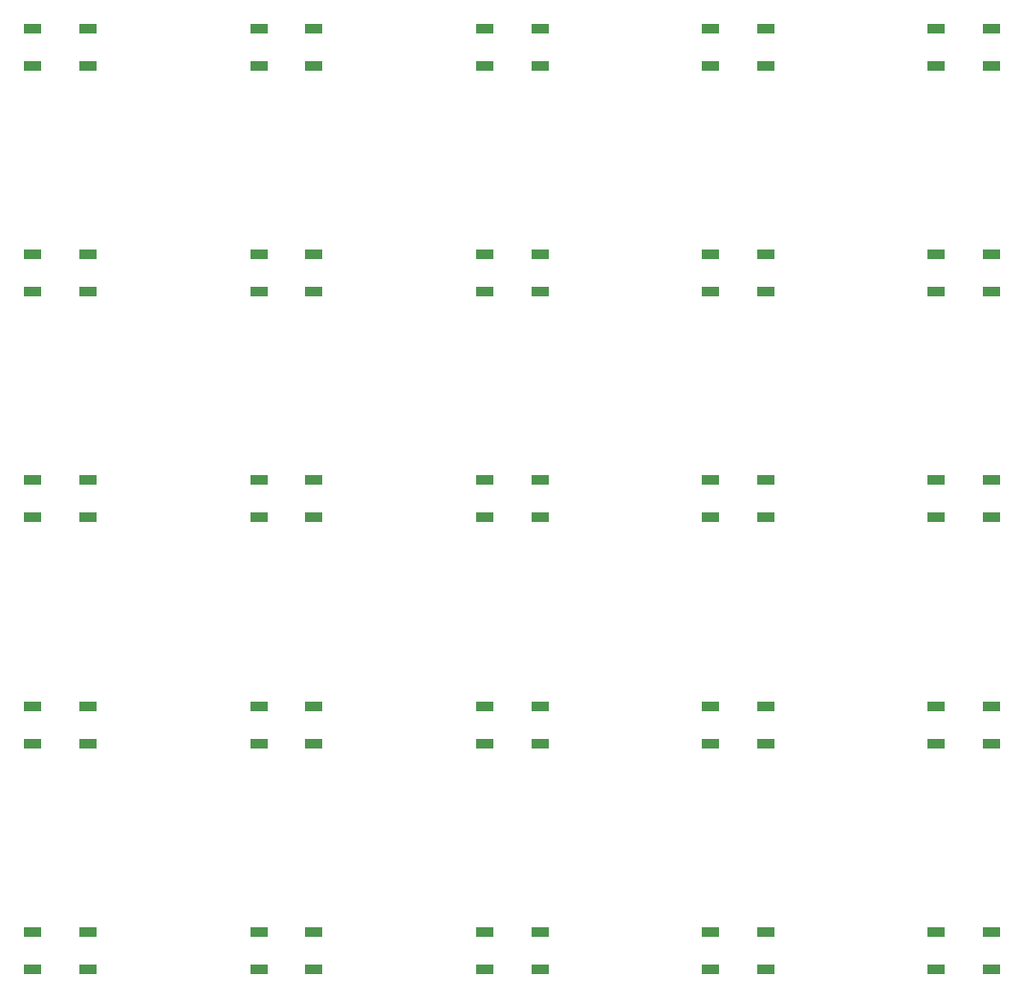
<source format=gbr>
%TF.GenerationSoftware,KiCad,Pcbnew,9.0.0*%
%TF.CreationDate,2025-05-01T22:13:03+08:00*%
%TF.ProjectId,kbd5x5,6b626435-7835-42e6-9b69-6361645f7063,rev?*%
%TF.SameCoordinates,Original*%
%TF.FileFunction,Paste,Top*%
%TF.FilePolarity,Positive*%
%FSLAX46Y46*%
G04 Gerber Fmt 4.6, Leading zero omitted, Abs format (unit mm)*
G04 Created by KiCad (PCBNEW 9.0.0) date 2025-05-01 22:13:03*
%MOMM*%
%LPD*%
G01*
G04 APERTURE LIST*
G04 Aperture macros list*
%AMRoundRect*
0 Rectangle with rounded corners*
0 $1 Rounding radius*
0 $2 $3 $4 $5 $6 $7 $8 $9 X,Y pos of 4 corners*
0 Add a 4 corners polygon primitive as box body*
4,1,4,$2,$3,$4,$5,$6,$7,$8,$9,$2,$3,0*
0 Add four circle primitives for the rounded corners*
1,1,$1+$1,$2,$3*
1,1,$1+$1,$4,$5*
1,1,$1+$1,$6,$7*
1,1,$1+$1,$8,$9*
0 Add four rect primitives between the rounded corners*
20,1,$1+$1,$2,$3,$4,$5,0*
20,1,$1+$1,$4,$5,$6,$7,0*
20,1,$1+$1,$6,$7,$8,$9,0*
20,1,$1+$1,$8,$9,$2,$3,0*%
G04 Aperture macros list end*
%ADD10RoundRect,0.090000X-0.660000X-0.360000X0.660000X-0.360000X0.660000X0.360000X-0.660000X0.360000X0*%
G04 APERTURE END LIST*
D10*
%TO.C,D10*%
X57550000Y-124850000D03*
X57550000Y-128150000D03*
X62450000Y-128150000D03*
X62450000Y-124850000D03*
%TD*%
%TO.C,D25*%
X117550000Y-124850000D03*
X117550000Y-128150000D03*
X122450000Y-128150000D03*
X122450000Y-124850000D03*
%TD*%
%TO.C,D3*%
X37550000Y-84850000D03*
X37550000Y-88150000D03*
X42450000Y-88150000D03*
X42450000Y-84850000D03*
%TD*%
%TO.C,D20*%
X97550000Y-124850000D03*
X97550000Y-128150000D03*
X102450000Y-128150000D03*
X102450000Y-124850000D03*
%TD*%
%TO.C,D11*%
X77550000Y-44850000D03*
X77550000Y-48150000D03*
X82450000Y-48150000D03*
X82450000Y-44850000D03*
%TD*%
%TO.C,D6*%
X57550000Y-44850000D03*
X57550000Y-48150000D03*
X62450000Y-48150000D03*
X62450000Y-44850000D03*
%TD*%
%TO.C,D1*%
X37550000Y-44850000D03*
X37550000Y-48150000D03*
X42450000Y-48150000D03*
X42450000Y-44850000D03*
%TD*%
%TO.C,D18*%
X97550000Y-84850000D03*
X97550000Y-88150000D03*
X102450000Y-88150000D03*
X102450000Y-84850000D03*
%TD*%
%TO.C,D19*%
X97550000Y-104850000D03*
X97550000Y-108150000D03*
X102450000Y-108150000D03*
X102450000Y-104850000D03*
%TD*%
%TO.C,D4*%
X37550000Y-104850000D03*
X37550000Y-108150000D03*
X42450000Y-108150000D03*
X42450000Y-104850000D03*
%TD*%
%TO.C,D8*%
X57550000Y-84850000D03*
X57550000Y-88150000D03*
X62450000Y-88150000D03*
X62450000Y-84850000D03*
%TD*%
%TO.C,D7*%
X57550000Y-64850000D03*
X57550000Y-68150000D03*
X62450000Y-68150000D03*
X62450000Y-64850000D03*
%TD*%
%TO.C,D5*%
X37550000Y-124850000D03*
X37550000Y-128150000D03*
X42450000Y-128150000D03*
X42450000Y-124850000D03*
%TD*%
%TO.C,D14*%
X77550000Y-104850000D03*
X77550000Y-108150000D03*
X82450000Y-108150000D03*
X82450000Y-104850000D03*
%TD*%
%TO.C,D9*%
X57550000Y-104850000D03*
X57550000Y-108150000D03*
X62450000Y-108150000D03*
X62450000Y-104850000D03*
%TD*%
%TO.C,D15*%
X77550000Y-124850000D03*
X77550000Y-128150000D03*
X82450000Y-128150000D03*
X82450000Y-124850000D03*
%TD*%
%TO.C,D12*%
X77550000Y-64850000D03*
X77550000Y-68150000D03*
X82450000Y-68150000D03*
X82450000Y-64850000D03*
%TD*%
%TO.C,D13*%
X77550000Y-84850000D03*
X77550000Y-88150000D03*
X82450000Y-88150000D03*
X82450000Y-84850000D03*
%TD*%
%TO.C,D17*%
X97550000Y-64850000D03*
X97550000Y-68150000D03*
X102450000Y-68150000D03*
X102450000Y-64850000D03*
%TD*%
%TO.C,D21*%
X117550000Y-44850000D03*
X117550000Y-48150000D03*
X122450000Y-48150000D03*
X122450000Y-44850000D03*
%TD*%
%TO.C,D24*%
X117550000Y-104850000D03*
X117550000Y-108150000D03*
X122450000Y-108150000D03*
X122450000Y-104850000D03*
%TD*%
%TO.C,D22*%
X117550000Y-64850000D03*
X117550000Y-68150000D03*
X122450000Y-68150000D03*
X122450000Y-64850000D03*
%TD*%
%TO.C,D16*%
X97550000Y-44850000D03*
X97550000Y-48150000D03*
X102450000Y-48150000D03*
X102450000Y-44850000D03*
%TD*%
%TO.C,D2*%
X37550000Y-64850000D03*
X37550000Y-68150000D03*
X42450000Y-68150000D03*
X42450000Y-64850000D03*
%TD*%
%TO.C,D23*%
X117550000Y-84850000D03*
X117550000Y-88150000D03*
X122450000Y-88150000D03*
X122450000Y-84850000D03*
%TD*%
M02*

</source>
